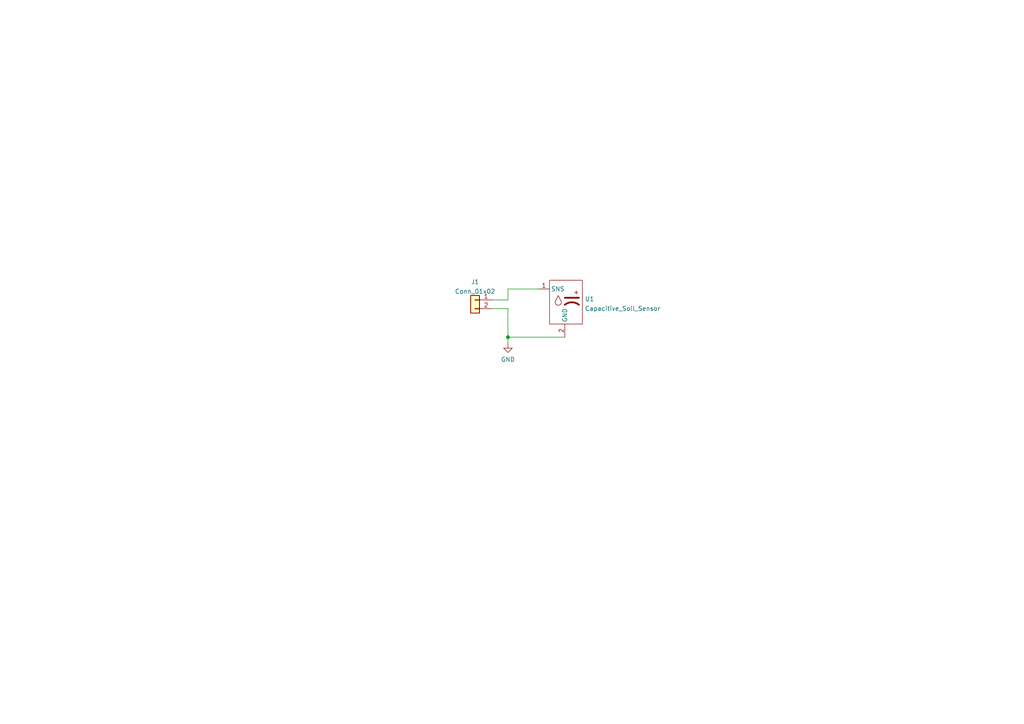
<source format=kicad_sch>
(kicad_sch (version 20211123) (generator eeschema)
  (paper "A4")
  (title_block (title "Soil Sensor") (date "2022-04-02") (rev "A"))
  (lib_symbols
    (symbol "Connector_Generic:Conn_01x02" (pin_names (offset 1.016) hide)
      (property "Reference" "J" (at 0 2.54 0))
      (property "Value" "Conn_01x02" (at 0 -5.08 0))
      (symbol "Conn_01x02_1_1"
        (rectangle (start -1.27 -2.413) (end 0 -2.667) (stroke (width 0.1524)))
        (rectangle (start -1.27 0.127) (end 0 -0.127) (stroke (width 0.1524)))
        (rectangle (start -1.27 1.27) (end 1.27 -3.81) (stroke (width 0.254)) (fill (type background)))
        (pin passive line (at -5.08 0 0) (length 3.81) (name "Pin_1") (number "1"))
        (pin passive line (at -5.08 -2.54 0) (length 3.81) (name "Pin_2") (number "2"))
      )
    )
    (symbol "personal:Capacitive_Soil_Sensor"
      (property "Reference" "U" (at -21.59 9.525 0))
      (property "Value" "Capacitive_Soil_Sensor" (at -11.43 7.62 0))
      (symbol "Capacitive_Soil_Sensor_0_1"
        (rectangle (start -22.225 6.35) (end -12.7 -6.35) (stroke (width 0.1524)))
        (arc (start -20.32 -0.635) (mid -19.685 -0.898) (end -19.05 -0.635) (stroke (width 0.1524)))
        (arc (start -20.32 0.635) (mid -20.583 0) (end -20.32 -0.635) (stroke (width 0.1524)))
        (arc (start -19.05 -0.635) (mid -18.787 0) (end -19.05 0.635) (stroke (width 0.1524)))
        (arc (start -13.716 -0.762) (mid -15.748 -0.0492) (end -17.78 -0.762) (stroke (width 0.508)))
        (polyline (pts (xy -20.32 0.635) (xy -19.685 1.905)) (stroke (width 0.1524)))
        (polyline (pts (xy -19.05 0.635) (xy -19.685 1.905)) (stroke (width 0.1524)))
        (polyline (pts (xy -17.78 1.27) (xy -13.716 1.27)) (stroke (width 0.508)))
        (polyline (pts (xy -14.986 2.794) (xy -13.97 2.794)))
        (polyline (pts (xy -14.478 2.286) (xy -14.478 3.302)))
      )
      (symbol "Capacitive_Soil_Sensor_1_1"
        (pin passive line (at -25.4 3.81 0) (length 3.1) (name "SNS") (number "1"))
        (pin passive line (at -17.78 -10.16 90) (length 3.8) (name "GND") (number "2"))
      )
    )
    (symbol "power:GND" (power) (pin_names (offset 0))
      (property "Value" "GND" (at 0 -3.81 0))
      (symbol "GND_0_1"
        (polyline (pts (xy 0 0) (xy 0 -1.27) (xy 1.27 -1.27) (xy 0 -2.54) (xy -1.27 -1.27) (xy 0 -1.27)))
      )
      (symbol "GND_1_1"
        (pin power_in line (at 0 0 270) (length 0) hide (name "GND") (number "1"))
      )
    )
  )
  (junction (at 147.32 97.79))
  (wire (pts (xy 147.32 83.82) (xy 156.21 83.82)))
  (wire (pts (xy 147.32 97.79) (xy 147.32 99.695)))
  (wire (pts (xy 147.32 89.535) (xy 147.32 97.79)))
  (wire (pts (xy 147.32 97.79) (xy 163.83 97.79)))
  (wire (pts (xy 147.32 86.995) (xy 147.32 83.82)))
  (wire (pts (xy 142.875 89.535) (xy 147.32 89.535)))
  (wire (pts (xy 142.875 86.995) (xy 147.32 86.995)))
  (symbol (lib_id "Connector_Generic:Conn_01x02") (at 137.795 86.995 0) (mirror y) (unit 1)
    (property "Reference" "J1" (at 137.795 81.7585 0))
    (property "Value" "Conn_01x02" (at 137.795 84.5336 0))
    (property "Footprint" "Connector_PinHeader_2.54mm:PinHeader_1x02_P2.54mm_Vertical" (effects hide))
  )
  (symbol (lib_id "power:GND") (at 147.32 99.695 0) (unit 1)
    (property "Reference" "#PWR0101" (effects hide))
    (property "Value" "GND" (at 147.32 104.2575 0))
  )
  (symbol (lib_id "personal:Capacitive_Soil_Sensor") (at 181.61 87.63 0) (unit 1)
    (property "Reference" "U1" (at 169.6212 86.7215 0) (effects (justify left)))
    (property "Value" "Capacitive_Soil_Sensor" (at 169.6212 89.4966 0) (effects (justify left)))
    (property "Footprint" "personal:Capacitive Soil Sensor" (effects hide))
  )
)
</source>
